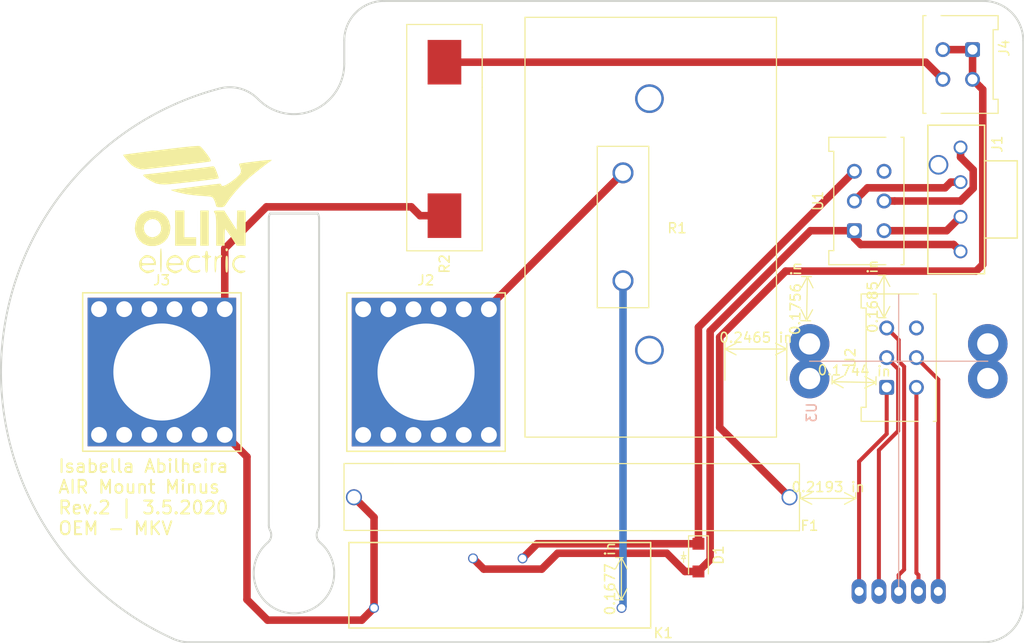
<source format=kicad_pcb>
(kicad_pcb (version 20171130) (host pcbnew 5.1.5-52549c5~84~ubuntu18.04.1)

  (general
    (thickness 1.6)
    (drawings 36)
    (tracks 83)
    (zones 0)
    (modules 13)
    (nets 22)
  )

  (page A4)
  (layers
    (0 F.Cu signal)
    (31 B.Cu signal)
    (32 B.Adhes user)
    (33 F.Adhes user)
    (34 B.Paste user)
    (35 F.Paste user)
    (36 B.SilkS user)
    (37 F.SilkS user)
    (38 B.Mask user)
    (39 F.Mask user)
    (40 Dwgs.User user)
    (41 Cmts.User user)
    (42 Eco1.User user)
    (43 Eco2.User user)
    (44 Edge.Cuts user)
    (45 Margin user)
    (46 B.CrtYd user)
    (47 F.CrtYd user)
    (48 B.Fab user)
    (49 F.Fab user)
  )

  (setup
    (last_trace_width 0.4064)
    (user_trace_width 0.4064)
    (user_trace_width 0.762)
    (trace_clearance 0.2)
    (zone_clearance 0.508)
    (zone_45_only no)
    (trace_min 0.2)
    (via_size 0.8)
    (via_drill 0.4)
    (via_min_size 0.4)
    (via_min_drill 0.3)
    (uvia_size 0.3)
    (uvia_drill 0.1)
    (uvias_allowed no)
    (uvia_min_size 0.2)
    (uvia_min_drill 0.1)
    (edge_width 0.05)
    (segment_width 0.2)
    (pcb_text_width 0.3)
    (pcb_text_size 1.5 1.5)
    (mod_edge_width 0.12)
    (mod_text_size 1 1)
    (mod_text_width 0.15)
    (pad_size 4 4)
    (pad_drill 2.15)
    (pad_to_mask_clearance 0.051)
    (solder_mask_min_width 0.25)
    (aux_axis_origin 0 0)
    (visible_elements FFFFFF7F)
    (pcbplotparams
      (layerselection 0x010fc_ffffffff)
      (usegerberextensions true)
      (usegerberattributes false)
      (usegerberadvancedattributes false)
      (creategerberjobfile false)
      (excludeedgelayer true)
      (linewidth 0.100000)
      (plotframeref false)
      (viasonmask false)
      (mode 1)
      (useauxorigin false)
      (hpglpennumber 1)
      (hpglpenspeed 20)
      (hpglpendiameter 15.000000)
      (psnegative false)
      (psa4output false)
      (plotreference true)
      (plotvalue true)
      (plotinvisibletext false)
      (padsonsilk false)
      (subtractmaskfromsilk false)
      (outputformat 1)
      (mirror false)
      (drillshape 0)
      (scaleselection 1)
      (outputdirectory "AIR_MINUS_GERB"))
  )

  (net 0 "")
  (net 1 "Net-(K1-Pad2)")
  (net 2 /GND)
  (net 3 /Vout)
  (net 4 /Vref)
  (net 5 /OCD)
  (net 6 "Net-(U1-Pad6)")
  (net 7 /PRECHARGE_LSD)
  (net 8 /FINAL_SHUTDOWN)
  (net 9 /BSPD_CURRENT_SENSOR)
  (net 10 /TS+)
  (net 11 /AIR-_COIL-)
  (net 12 /AIR-_AUX-)
  (net 13 /AIR-_AUX+)
  (net 14 /BAT+)
  (net 15 /TSMP+)
  (net 16 "Net-(U2-Pad6)")
  (net 17 /UC+)
  (net 18 "Net-(U3-Pad12)")
  (net 19 "Net-(U3-Pad11)")
  (net 20 "Net-(U3-Pad8)")
  (net 21 "Net-(U3-Pad7)")

  (net_class Default "This is the default net class."
    (clearance 0.2)
    (trace_width 0.25)
    (via_dia 0.8)
    (via_drill 0.4)
    (uvia_dia 0.3)
    (uvia_drill 0.1)
    (add_net /AIR-_AUX+)
    (add_net /AIR-_AUX-)
    (add_net /AIR-_COIL-)
    (add_net /BAT+)
    (add_net /BSPD_CURRENT_SENSOR)
    (add_net /FINAL_SHUTDOWN)
    (add_net /GND)
    (add_net /OCD)
    (add_net /PRECHARGE_LSD)
    (add_net /TS+)
    (add_net /TSMP+)
    (add_net /UC+)
    (add_net /Vout)
    (add_net /Vref)
    (add_net "Net-(K1-Pad2)")
    (add_net "Net-(U1-Pad6)")
    (add_net "Net-(U2-Pad6)")
    (add_net "Net-(U3-Pad11)")
    (add_net "Net-(U3-Pad12)")
    (add_net "Net-(U3-Pad7)")
    (add_net "Net-(U3-Pad8)")
  )

  (module footprints:Small_OE_Logo (layer F.Cu) (tedit 0) (tstamp 5E62131A)
    (at 68.47 130.89)
    (fp_text reference G*** (at 0 0) (layer F.SilkS) hide
      (effects (font (size 1.524 1.524) (thickness 0.3)))
    )
    (fp_text value LOGO (at 0.75 0) (layer F.SilkS) hide
      (effects (font (size 1.524 1.524) (thickness 0.3)))
    )
    (fp_poly (pts (xy -4.887268 4.682934) (xy -4.541491 4.797067) (xy -4.288191 5.016087) (xy -4.158836 5.308444)
      (xy -4.148667 5.423388) (xy -4.148667 5.672667) (xy -4.868333 5.672667) (xy -5.26443 5.684317)
      (xy -5.503924 5.725379) (xy -5.598329 5.805013) (xy -5.559161 5.932384) (xy -5.410548 6.104119)
      (xy -5.178996 6.225888) (xy -4.862919 6.246331) (xy -4.515058 6.163276) (xy -4.466167 6.142977)
      (xy -4.344856 6.128126) (xy -4.318 6.209962) (xy -4.39668 6.324792) (xy -4.609107 6.422556)
      (xy -4.6355 6.430215) (xy -4.895626 6.496132) (xy -5.066504 6.506217) (xy -5.221124 6.453136)
      (xy -5.392097 6.354214) (xy -5.670345 6.126892) (xy -5.810488 5.846159) (xy -5.842 5.542766)
      (xy -5.814316 5.347122) (xy -5.588 5.347122) (xy -5.569339 5.427363) (xy -5.490339 5.474469)
      (xy -5.316475 5.496935) (xy -5.013224 5.503253) (xy -4.953 5.503333) (xy -4.64945 5.498637)
      (xy -4.42491 5.486214) (xy -4.320767 5.468565) (xy -4.318 5.464984) (xy -4.349381 5.368183)
      (xy -4.417182 5.208954) (xy -4.578529 5.018076) (xy -4.814485 4.919274) (xy -5.079223 4.907139)
      (xy -5.326917 4.976264) (xy -5.511739 5.121241) (xy -5.587864 5.336661) (xy -5.588 5.347122)
      (xy -5.814316 5.347122) (xy -5.807925 5.301962) (xy -5.683207 5.086735) (xy -5.543303 4.933702)
      (xy -5.346969 4.754198) (xy -5.188056 4.675671) (xy -4.993968 4.670371) (xy -4.887268 4.682934)) (layer F.SilkS) (width 0.01))
    (fp_poly (pts (xy -1.932538 4.726188) (xy -1.684661 4.901753) (xy -1.478323 5.134749) (xy -1.363776 5.376244)
      (xy -1.354667 5.452533) (xy -1.354667 5.672667) (xy -2.116667 5.672667) (xy -2.503186 5.682109)
      (xy -2.762344 5.708977) (xy -2.875284 5.751079) (xy -2.878667 5.761182) (xy -2.823598 5.876111)
      (xy -2.68918 6.03884) (xy -2.670849 6.057515) (xy -2.393472 6.225031) (xy -2.066651 6.260931)
      (xy -1.753376 6.160221) (xy -1.712172 6.133532) (xy -1.576319 6.049174) (xy -1.528838 6.070057)
      (xy -1.524 6.137852) (xy -1.595868 6.248565) (xy -1.771582 6.370142) (xy -1.991309 6.470064)
      (xy -2.195212 6.51581) (xy -2.219781 6.516019) (xy -2.366648 6.481827) (xy -2.581023 6.402737)
      (xy -2.606669 6.391774) (xy -2.886636 6.194025) (xy -3.045364 5.922379) (xy -3.091552 5.61152)
      (xy -3.052327 5.396948) (xy -2.873505 5.396948) (xy -2.762612 5.46695) (xy -2.504912 5.498319)
      (xy -2.243667 5.503333) (xy -1.917488 5.498742) (xy -1.725999 5.479308) (xy -1.634675 5.436538)
      (xy -1.608992 5.361937) (xy -1.608667 5.347122) (xy -1.680692 5.128172) (xy -1.865875 4.976701)
      (xy -2.117876 4.903314) (xy -2.390357 4.918617) (xy -2.636978 5.033217) (xy -2.706035 5.095965)
      (xy -2.850382 5.277043) (xy -2.873505 5.396948) (xy -3.052327 5.396948) (xy -3.033897 5.296137)
      (xy -2.881095 5.010916) (xy -2.641845 4.790544) (xy -2.324842 4.669708) (xy -2.1717 4.656983)
      (xy -1.932538 4.726188)) (layer F.SilkS) (width 0.01))
    (fp_poly (pts (xy 0.093472 4.712103) (xy 0.133479 4.72888) (xy 0.305686 4.833377) (xy 0.318879 4.907815)
      (xy 0.182226 4.941854) (xy -0.045895 4.931187) (xy -0.412527 4.951098) (xy -0.67385 5.098694)
      (xy -0.819287 5.365185) (xy -0.846667 5.596613) (xy -0.773769 5.902594) (xy -0.581952 6.128038)
      (xy -0.31153 6.250015) (xy -0.002818 6.245593) (xy 0.174899 6.177688) (xy 0.302585 6.133852)
      (xy 0.338589 6.207469) (xy 0.338667 6.215024) (xy 0.315694 6.328308) (xy 0.217763 6.399119)
      (xy 0.001352 6.455985) (xy -0.042333 6.464744) (xy -0.312989 6.464801) (xy -0.560637 6.398688)
      (xy -0.879957 6.177809) (xy -1.060542 5.861645) (xy -1.100667 5.575657) (xy -1.027281 5.237558)
      (xy -0.832745 4.955786) (xy -0.555488 4.756707) (xy -0.233939 4.66669) (xy 0.093472 4.712103)) (layer F.SilkS) (width 0.01))
    (fp_poly (pts (xy 4.776742 4.708058) (xy 4.893504 4.812136) (xy 4.910667 4.875275) (xy 4.857515 4.951498)
      (xy 4.680796 4.944969) (xy 4.659781 4.940923) (xy 4.288247 4.928926) (xy 4.005546 5.055616)
      (xy 3.852077 5.249829) (xy 3.765752 5.572563) (xy 3.847327 5.877873) (xy 4.025467 6.09957)
      (xy 4.203218 6.224975) (xy 4.410118 6.257097) (xy 4.568637 6.242655) (xy 4.804526 6.234423)
      (xy 4.902729 6.278818) (xy 4.852003 6.358361) (xy 4.693488 6.436762) (xy 4.514672 6.498192)
      (xy 4.383377 6.504497) (xy 4.219001 6.450405) (xy 4.096029 6.397674) (xy 3.777918 6.179162)
      (xy 3.597983 5.863509) (xy 3.556 5.560694) (xy 3.631656 5.218059) (xy 3.832617 4.935052)
      (xy 4.119876 4.738919) (xy 4.454422 4.656907) (xy 4.776742 4.708058)) (layer F.SilkS) (width 0.01))
    (fp_poly (pts (xy -3.60576 4.061396) (xy -3.579321 4.297491) (xy -3.562394 4.672484) (xy -3.556024 5.171235)
      (xy -3.556 5.207) (xy -3.56166 5.713154) (xy -3.577942 6.096516) (xy -3.603804 6.341951)
      (xy -3.6382 6.434321) (xy -3.640667 6.434667) (xy -3.675574 6.352604) (xy -3.702013 6.116508)
      (xy -3.718939 5.741516) (xy -3.72531 5.242764) (xy -3.725333 5.207) (xy -3.719674 4.700846)
      (xy -3.703392 4.317483) (xy -3.67753 4.072048) (xy -3.643133 3.979679) (xy -3.640667 3.979333)
      (xy -3.60576 4.061396)) (layer F.SilkS) (width 0.01))
    (fp_poly (pts (xy 1.074493 4.309061) (xy 1.100667 4.487333) (xy 1.127277 4.673253) (xy 1.226288 4.738713)
      (xy 1.27 4.741333) (xy 1.40758 4.776789) (xy 1.439333 4.826) (xy 1.368421 4.89479)
      (xy 1.27 4.910667) (xy 1.189548 4.923399) (xy 1.139556 4.983082) (xy 1.112863 5.121946)
      (xy 1.102306 5.372219) (xy 1.100667 5.672667) (xy 1.095717 6.044416) (xy 1.077654 6.275974)
      (xy 1.041655 6.396278) (xy 0.982896 6.434265) (xy 0.973667 6.434667) (xy 0.911708 6.404971)
      (xy 0.873115 6.296594) (xy 0.853065 6.080597) (xy 0.846733 5.728041) (xy 0.846667 5.672667)
      (xy 0.843837 5.310632) (xy 0.830574 5.085669) (xy 0.799715 4.96555) (xy 0.744099 4.918046)
      (xy 0.677333 4.910667) (xy 0.539753 4.87521) (xy 0.508 4.826) (xy 0.578912 4.75721)
      (xy 0.677333 4.741333) (xy 0.80128 4.701417) (xy 0.84492 4.5529) (xy 0.846667 4.487333)
      (xy 0.884531 4.285681) (xy 0.973667 4.233333) (xy 1.074493 4.309061)) (layer F.SilkS) (width 0.01))
    (fp_poly (pts (xy 2.535186 4.745512) (xy 2.54 4.783667) (xy 2.466562 4.885909) (xy 2.331312 4.910667)
      (xy 2.1538 4.95385) (xy 2.036483 5.097382) (xy 1.970662 5.362237) (xy 1.947637 5.769387)
      (xy 1.947333 5.836434) (xy 1.936241 6.142581) (xy 1.906469 6.354373) (xy 1.863277 6.434653)
      (xy 1.862667 6.434667) (xy 1.823335 6.354171) (xy 1.794898 6.12895) (xy 1.779797 5.783397)
      (xy 1.778 5.588) (xy 1.786049 5.19468) (xy 1.808572 4.910316) (xy 1.843127 4.759305)
      (xy 1.862667 4.741333) (xy 1.942724 4.807369) (xy 1.947333 4.839122) (xy 1.996241 4.86939)
      (xy 2.102167 4.796789) (xy 2.285367 4.683687) (xy 2.446675 4.666086) (xy 2.535186 4.745512)) (layer F.SilkS) (width 0.01))
    (fp_poly (pts (xy 3.064889 4.769311) (xy 3.102911 4.871814) (xy 3.123911 5.076693) (xy 3.132065 5.411801)
      (xy 3.132667 5.588) (xy 3.12847 5.982818) (xy 3.113094 6.2363) (xy 3.082362 6.376296)
      (xy 3.032096 6.43066) (xy 3.005667 6.434667) (xy 2.946444 6.406688) (xy 2.908422 6.304185)
      (xy 2.887422 6.099306) (xy 2.879268 5.764199) (xy 2.878667 5.588) (xy 2.882863 5.193182)
      (xy 2.898239 4.9397) (xy 2.928971 4.799703) (xy 2.979237 4.74534) (xy 3.005667 4.741333)
      (xy 3.064889 4.769311)) (layer F.SilkS) (width 0.01))
    (fp_poly (pts (xy 3.117973 4.044545) (xy 3.132667 4.101336) (xy 3.085795 4.239919) (xy 2.985767 4.287024)
      (xy 2.932809 4.259254) (xy 2.877777 4.12465) (xy 2.92838 4.007001) (xy 3.005667 3.979333)
      (xy 3.117973 4.044545)) (layer F.SilkS) (width 0.01))
    (fp_poly (pts (xy -3.941187 0.218908) (xy -3.468972 0.436496) (xy -3.090455 0.774977) (xy -2.8254 1.214581)
      (xy -2.693573 1.735535) (xy -2.68252 1.947333) (xy -2.758867 2.487242) (xy -2.972977 2.954749)
      (xy -3.302452 3.332431) (xy -3.724895 3.602863) (xy -4.217908 3.748622) (xy -4.759095 3.752284)
      (xy -4.95674 3.716543) (xy -5.423536 3.526867) (xy -5.805322 3.206739) (xy -6.083315 2.781555)
      (xy -6.238732 2.276708) (xy -6.260284 2.009842) (xy -5.375176 2.009842) (xy -5.281483 2.352587)
      (xy -5.076007 2.635802) (xy -4.783996 2.822604) (xy -4.487333 2.878034) (xy -4.270321 2.83391)
      (xy -4.027773 2.726581) (xy -4.009229 2.715569) (xy -3.752506 2.474875) (xy -3.622894 2.172149)
      (xy -3.610028 1.844223) (xy -3.703543 1.527929) (xy -3.893073 1.2601) (xy -4.168254 1.077567)
      (xy -4.487333 1.016633) (xy -4.807377 1.092651) (xy -5.098608 1.291505) (xy -5.302112 1.569396)
      (xy -5.331838 1.644447) (xy -5.375176 2.009842) (xy -6.260284 2.009842) (xy -6.265333 1.947333)
      (xy -6.191566 1.385854) (xy -5.980879 0.909324) (xy -5.649192 0.533912) (xy -5.21243 0.275783)
      (xy -4.686512 0.151105) (xy -4.487333 0.141985) (xy -3.941187 0.218908)) (layer F.SilkS) (width 0.01))
    (fp_poly (pts (xy -1.27 2.878667) (xy -0.084667 2.878667) (xy -0.084667 3.725333) (xy -2.201333 3.725333)
      (xy -2.201333 0.169333) (xy -1.27 0.169333) (xy -1.27 2.878667)) (layer F.SilkS) (width 0.01))
    (fp_poly (pts (xy 1.185333 3.725333) (xy 0.338667 3.725333) (xy 0.338667 0.169333) (xy 1.185333 0.169333)
      (xy 1.185333 3.725333)) (layer F.SilkS) (width 0.01))
    (fp_poly (pts (xy 4.910667 3.725333) (xy 4.021667 3.722527) (xy 3.471333 2.878667) (xy 3.252235 2.55031)
      (xy 3.063357 2.281382) (xy 2.924958 2.09978) (xy 2.8575 2.033403) (xy 2.830849 2.111468)
      (xy 2.809705 2.323085) (xy 2.796755 2.632494) (xy 2.794 2.878667) (xy 2.794 3.725333)
      (xy 1.947333 3.725333) (xy 1.947333 2.175182) (xy 1.944605 1.594305) (xy 1.935323 1.160007)
      (xy 1.917843 0.849606) (xy 1.890521 0.640421) (xy 1.851712 0.509767) (xy 1.823026 0.460682)
      (xy 1.726437 0.312617) (xy 1.72859 0.225203) (xy 1.850829 0.182899) (xy 2.114494 0.170163)
      (xy 2.2225 0.169783) (xy 2.751667 0.170233) (xy 4.021667 2.147739) (xy 4.04552 1.158536)
      (xy 4.069374 0.169333) (xy 4.910667 0.169333) (xy 4.910667 3.725333)) (layer F.SilkS) (width 0.01))
    (fp_poly (pts (xy 7.532599 -4.941623) (xy 7.509105 -4.871496) (xy 7.444106 -4.824012) (xy 7.279449 -4.715353)
      (xy 7.014865 -4.52226) (xy 6.680698 -4.26848) (xy 6.307291 -3.977764) (xy 5.924988 -3.673858)
      (xy 5.564132 -3.380511) (xy 5.255067 -3.121472) (xy 5.131336 -3.013918) (xy 4.670737 -2.577879)
      (xy 4.190574 -2.073922) (xy 3.730255 -1.546893) (xy 3.329185 -1.04164) (xy 3.061182 -0.657924)
      (xy 2.89191 -0.401051) (xy 2.765719 -0.255816) (xy 2.636051 -0.190199) (xy 2.456346 -0.172176)
      (xy 2.353336 -0.171091) (xy 2.110517 -0.177463) (xy 1.985581 -0.220958) (xy 1.927149 -0.333925)
      (xy 1.901287 -0.45568) (xy 1.814687 -0.741362) (xy 1.694348 -0.993977) (xy 1.624123 -1.100972)
      (xy 1.545782 -1.174392) (xy 1.426623 -1.223083) (xy 1.23394 -1.255888) (xy 0.935032 -1.281652)
      (xy 0.537731 -1.30676) (xy 0.06249 -1.343032) (xy -0.425927 -1.39278) (xy -0.860228 -1.448562)
      (xy -1.098905 -1.487763) (xy -1.505908 -1.571657) (xy -1.890464 -1.662679) (xy -2.221124 -1.751975)
      (xy -2.466436 -1.830689) (xy -2.594951 -1.889968) (xy -2.604026 -1.91153) (xy -2.516101 -1.929207)
      (xy -2.285588 -1.963843) (xy -1.938027 -2.012203) (xy -1.498957 -2.071051) (xy -0.993914 -2.137152)
      (xy -0.448439 -2.207271) (xy 0.111932 -2.278173) (xy 0.66166 -2.346624) (xy 1.175206 -2.409387)
      (xy 1.627032 -2.463227) (xy 1.991599 -2.50491) (xy 2.24337 -2.531201) (xy 2.3495 -2.539028)
      (xy 2.44319 -2.471777) (xy 2.455333 -2.413) (xy 2.514619 -2.30906) (xy 2.681574 -2.312529)
      (xy 2.939839 -2.41553) (xy 3.273059 -2.610181) (xy 3.664878 -2.888604) (xy 3.996696 -3.155521)
      (xy 4.280276 -3.424224) (xy 4.427763 -3.656402) (xy 4.453685 -3.892903) (xy 4.372572 -4.174572)
      (xy 4.365382 -4.191975) (xy 4.290428 -4.400772) (xy 4.26516 -4.534814) (xy 4.270675 -4.552897)
      (xy 4.366591 -4.578427) (xy 4.597773 -4.617119) (xy 4.932434 -4.665184) (xy 5.338783 -4.718835)
      (xy 5.785033 -4.774282) (xy 6.239393 -4.827737) (xy 6.670076 -4.875413) (xy 7.045292 -4.91352)
      (xy 7.333253 -4.938271) (xy 7.502169 -4.945878) (xy 7.532599 -4.941623)) (layer F.SilkS) (width 0.01))
    (fp_poly (pts (xy 1.728802 -4.264087) (xy 1.811139 -4.158934) (xy 1.90742 -3.947132) (xy 1.994879 -3.727072)
      (xy 2.101412 -3.437105) (xy 2.170297 -3.212777) (xy 2.189052 -3.095718) (xy 2.186128 -3.089239)
      (xy 2.087671 -3.062994) (xy 1.845295 -3.022744) (xy 1.483576 -2.971308) (xy 1.02709 -2.9115)
      (xy 0.500413 -2.846138) (xy -0.071878 -2.778039) (xy -0.665207 -2.710018) (xy -1.254998 -2.644893)
      (xy -1.816675 -2.585479) (xy -2.325661 -2.534595) (xy -2.75738 -2.495055) (xy -3.087255 -2.469677)
      (xy -3.290711 -2.461278) (xy -3.293029 -2.461299) (xy -3.641355 -2.482417) (xy -3.970647 -2.531024)
      (xy -4.163597 -2.581708) (xy -4.405193 -2.689313) (xy -4.686339 -2.841825) (xy -4.96752 -3.013932)
      (xy -5.209219 -3.180324) (xy -5.371919 -3.315688) (xy -5.418667 -3.385615) (xy -5.349916 -3.461203)
      (xy -5.288909 -3.471333) (xy -5.175876 -3.481135) (xy -4.91716 -3.508766) (xy -4.535169 -3.551565)
      (xy -4.05231 -3.60687) (xy -3.49099 -3.672021) (xy -2.873616 -3.744357) (xy -2.222594 -3.821216)
      (xy -1.560333 -3.899936) (xy -0.909238 -3.977858) (xy -0.291716 -4.052319) (xy 0.269825 -4.120658)
      (xy 0.752978 -4.180215) (xy 1.135337 -4.228327) (xy 1.394494 -4.262335) (xy 1.494462 -4.276971)
      (xy 1.632534 -4.293223) (xy 1.728802 -4.264087)) (layer F.SilkS) (width 0.01))
    (fp_poly (pts (xy 0.257714 -6.345348) (xy 0.287891 -6.337241) (xy 0.419918 -6.231353) (xy 0.613626 -6.023881)
      (xy 0.837239 -5.754448) (xy 1.058978 -5.462679) (xy 1.247068 -5.188196) (xy 1.348106 -5.015244)
      (xy 1.403878 -4.86239) (xy 1.3526 -4.793205) (xy 1.337151 -4.787515) (xy 1.225061 -4.768105)
      (xy 0.967022 -4.732437) (xy 0.58536 -4.683135) (xy 0.102402 -4.622822) (xy -0.459524 -4.554123)
      (xy -1.078091 -4.47966) (xy -1.730972 -4.402059) (xy -2.395839 -4.323942) (xy -3.050365 -4.247933)
      (xy -3.672224 -4.176657) (xy -4.239086 -4.112736) (xy -4.728626 -4.058796) (xy -5.118516 -4.017458)
      (xy -5.386429 -3.991348) (xy -5.508546 -3.98305) (xy -5.727914 -4.014351) (xy -5.991812 -4.086006)
      (xy -6.023847 -4.097098) (xy -6.298295 -4.22176) (xy -6.544692 -4.374385) (xy -6.557442 -4.384217)
      (xy -6.709678 -4.52508) (xy -6.899804 -4.729389) (xy -7.097942 -4.960766) (xy -7.274217 -5.182832)
      (xy -7.398751 -5.359207) (xy -7.441667 -5.453512) (xy -7.439416 -5.45814) (xy -7.351454 -5.474776)
      (xy -7.112419 -5.509689) (xy -6.739327 -5.560649) (xy -6.249192 -5.62543) (xy -5.659029 -5.7018)
      (xy -4.985853 -5.787532) (xy -4.24668 -5.880398) (xy -3.64876 -5.954681) (xy -2.649333 -6.076572)
      (xy -1.809839 -6.175191) (xy -1.12259 -6.251285) (xy -0.579898 -6.3056) (xy -0.174075 -6.338885)
      (xy 0.102566 -6.351885) (xy 0.257714 -6.345348)) (layer F.SilkS) (width 0.01))
  )

  (module footprints:HO_60_250-p0100 (layer B.Cu) (tedit 5E5AC407) (tstamp 5E5B6ED7)
    (at 130.35 144.53 270)
    (path /5E5D0D07)
    (fp_text reference U3 (at 6.93 -0.21 270) (layer B.SilkS)
      (effects (font (size 1 1) (thickness 0.15)) (justify mirror))
    )
    (fp_text value HO_60_250-p0100 (at 11.43 -5.08 270) (layer B.Fab)
      (effects (font (size 1 1) (thickness 0.15)) (justify mirror))
    )
    (fp_line (start -5 -9) (end 25 -9) (layer B.SilkS) (width 0.12))
    (fp_line (start 1.75 0) (end 1.75 -18) (layer B.SilkS) (width 0.12))
    (pad 1 thru_hole oval (at 25 -5 270) (size 2.5 1.5) (drill 0.9) (layers *.Cu *.Mask)
      (net 17 /UC+))
    (pad 2 thru_hole oval (at 25 -7 270) (size 2.5 1.5) (drill 0.9) (layers *.Cu *.Mask)
      (net 2 /GND))
    (pad 3 thru_hole oval (at 25 -9 270) (size 2.5 1.5) (drill 0.9) (layers *.Cu *.Mask)
      (net 3 /Vout))
    (pad 4 thru_hole oval (at 25 -11 270) (size 2.5 1.5) (drill 0.9) (layers *.Cu *.Mask)
      (net 4 /Vref))
    (pad 12 thru_hole circle (at 3.5 0 270) (size 4 4) (drill 2.15) (layers *.Cu *.Mask)
      (net 18 "Net-(U3-Pad12)"))
    (pad 11 thru_hole circle (at 0 0 270) (size 4 4) (drill 2.15) (layers *.Cu *.Mask)
      (net 19 "Net-(U3-Pad11)"))
    (pad 8 thru_hole circle (at 0 -18 270) (size 4 4) (drill 2.15) (layers *.Cu *.Mask)
      (net 20 "Net-(U3-Pad8)"))
    (pad 5 thru_hole oval (at 25 -13 270) (size 2.5 1.5) (drill 0.9) (layers *.Cu *.Mask)
      (net 5 /OCD))
    (pad 7 thru_hole circle (at 3.5 -18 270) (size 4 4) (drill 2.15) (layers *.Cu *.Mask)
      (net 21 "Net-(U3-Pad7)"))
    (model "${LOCAL_DIR}/OEM_Preferred_Parts/3DModels/HO_60_250-p0100/HO-P series.stp"
      (offset (xyz -45.5 25 -19))
      (scale (xyz 1 1 1))
      (rotate (xyz -90 0 0))
    )
  )

  (module footprints:MicroFit_VT_6 (layer F.Cu) (tedit 5E1EA046) (tstamp 5E5B5B12)
    (at 138.14 148.92 90)
    (descr "Molex Micro-Fit 3.0 Connector System, 43045-0612 (compatible alternatives: 43045-0613, 43045-0624), 3 Pins per row (http://www.molex.com/pdm_docs/sd/430450212_sd.pdf), generated with kicad-footprint-generator")
    (tags "connector Molex Micro-Fit_3.0 side entry")
    (path /5E5D0395)
    (fp_text reference U2 (at 3 -3.67 90) (layer F.SilkS)
      (effects (font (size 1 1) (thickness 0.15)))
    )
    (fp_text value MicroFit_VT_6 (at 3 7.5 90) (layer F.Fab)
      (effects (font (size 1 1) (thickness 0.15)))
    )
    (fp_text user %R (at 3 4.2 90) (layer F.Fab)
      (effects (font (size 1 1) (thickness 0.15)))
    )
    (fp_line (start -3.82 6.8) (end -3.82 -2.97) (layer F.CrtYd) (width 0.05))
    (fp_line (start 9.82 6.8) (end -3.82 6.8) (layer F.CrtYd) (width 0.05))
    (fp_line (start 9.82 -2.97) (end 9.82 6.8) (layer F.CrtYd) (width 0.05))
    (fp_line (start -3.82 -2.97) (end 9.82 -2.97) (layer F.CrtYd) (width 0.05))
    (fp_line (start 9.435 -2.58) (end 9.435 3.18) (layer F.SilkS) (width 0.12))
    (fp_line (start 8.015 -2.58) (end 9.435 -2.58) (layer F.SilkS) (width 0.12))
    (fp_line (start 8.015 -2.08) (end 8.015 -2.58) (layer F.SilkS) (width 0.12))
    (fp_line (start -2.015 -2.08) (end 8.015 -2.08) (layer F.SilkS) (width 0.12))
    (fp_line (start -2.015 -2.58) (end -2.015 -2.08) (layer F.SilkS) (width 0.12))
    (fp_line (start -3.435 -2.58) (end -2.015 -2.58) (layer F.SilkS) (width 0.12))
    (fp_line (start -3.435 3.18) (end -3.435 -2.58) (layer F.SilkS) (width 0.12))
    (fp_line (start 9.435 5.01) (end 9.435 4.7) (layer F.SilkS) (width 0.12))
    (fp_line (start -3.435 5.01) (end 9.435 5.01) (layer F.SilkS) (width 0.12))
    (fp_line (start -3.435 4.7) (end -3.435 5.01) (layer F.SilkS) (width 0.12))
    (fp_line (start 0 -1.262893) (end 0.5 -1.97) (layer F.Fab) (width 0.1))
    (fp_line (start -0.5 -1.97) (end 0 -1.262893) (layer F.Fab) (width 0.1))
    (fp_line (start 3.7 6.3) (end 3.7 4.9) (layer F.Fab) (width 0.1))
    (fp_line (start 2.3 6.3) (end 3.7 6.3) (layer F.Fab) (width 0.1))
    (fp_line (start 2.3 4.9) (end 2.3 6.3) (layer F.Fab) (width 0.1))
    (fp_line (start 9.325 -1.34) (end 8.125 -1.97) (layer F.Fab) (width 0.1))
    (fp_line (start -3.325 -1.34) (end -2.125 -1.97) (layer F.Fab) (width 0.1))
    (fp_line (start 8.125 -1.97) (end -2.125 -1.97) (layer F.Fab) (width 0.1))
    (fp_line (start 8.125 -2.47) (end 8.125 -1.97) (layer F.Fab) (width 0.1))
    (fp_line (start 9.325 -2.47) (end 8.125 -2.47) (layer F.Fab) (width 0.1))
    (fp_line (start 9.325 4.9) (end 9.325 -2.47) (layer F.Fab) (width 0.1))
    (fp_line (start -3.325 4.9) (end 9.325 4.9) (layer F.Fab) (width 0.1))
    (fp_line (start -3.325 -2.47) (end -3.325 4.9) (layer F.Fab) (width 0.1))
    (fp_line (start -2.125 -2.47) (end -3.325 -2.47) (layer F.Fab) (width 0.1))
    (fp_line (start -2.125 -1.97) (end -2.125 -2.47) (layer F.Fab) (width 0.1))
    (pad 6 thru_hole circle (at 6 3 90) (size 1.5 1.5) (drill 1) (layers *.Cu *.Mask)
      (net 16 "Net-(U2-Pad6)"))
    (pad 5 thru_hole circle (at 3 3 90) (size 1.5 1.5) (drill 1) (layers *.Cu *.Mask)
      (net 5 /OCD))
    (pad 4 thru_hole circle (at 0 3 90) (size 1.5 1.5) (drill 1) (layers *.Cu *.Mask)
      (net 4 /Vref))
    (pad 3 thru_hole circle (at 6 0 90) (size 1.5 1.5) (drill 1) (layers *.Cu *.Mask)
      (net 3 /Vout))
    (pad 2 thru_hole circle (at 3 0 90) (size 1.5 1.5) (drill 1) (layers *.Cu *.Mask)
      (net 2 /GND))
    (pad 1 thru_hole roundrect (at 0 0 90) (size 1.5 1.5) (drill 1) (layers *.Cu *.Mask) (roundrect_rratio 0.166667)
      (net 17 /UC+))
    (pad "" np_thru_hole circle (at 9 3.94 90) (size 1 1) (drill 1) (layers *.Cu *.Mask))
    (pad "" np_thru_hole circle (at -3 3.94 90) (size 1 1) (drill 1) (layers *.Cu *.Mask))
    (model ${LOCAL_DIR}/OEM_Preferred_Parts/3DModels/MicroFit_VT_6/MicroFit_VT_6.stp
      (offset (xyz 3 -1.5 5))
      (scale (xyz 1 1 1))
      (rotate (xyz 0 0 180))
    )
  )

  (module footprints:Meder-LI12 (layer F.Cu) (tedit 5C789108) (tstamp 5E589EE8)
    (at 86.36 171.196)
    (path /5E5BEE09)
    (fp_text reference K1 (at 29.21 2.54) (layer F.SilkS)
      (effects (font (size 1 1) (thickness 0.15)))
    )
    (fp_text value "LI12-1A85(NO)" (at -0.508 -9.144) (layer F.Fab) hide
      (effects (font (size 1 1) (thickness 0.15)))
    )
    (fp_line (start -2.54 2.032) (end -2.54 -6.604) (layer F.SilkS) (width 0.15))
    (fp_line (start 27.94 2.032) (end -2.54 2.032) (layer F.SilkS) (width 0.15))
    (fp_line (start 27.94 -6.604) (end 27.94 2.032) (layer F.SilkS) (width 0.15))
    (fp_line (start -2.54 -6.604) (end 27.94 -6.604) (layer F.SilkS) (width 0.15))
    (pad 4 thru_hole circle (at 15 -5) (size 1 1) (drill 0.75) (layers *.Cu *.Mask)
      (net 8 /FINAL_SHUTDOWN))
    (pad 3 thru_hole circle (at 10 -5) (size 1 1) (drill 0.75) (layers *.Cu *.Mask)
      (net 7 /PRECHARGE_LSD))
    (pad 2 thru_hole circle (at 25 0) (size 1 1) (drill 0.75) (layers *.Cu *.Mask)
      (net 1 "Net-(K1-Pad2)"))
    (pad 1 thru_hole circle (at 0 0) (size 1 1) (drill 0.75) (layers *.Cu *.Mask)
      (net 10 /TS+))
    (model "${LOCAL_DIR}/OEM_Preferred_Parts/3DModels/Standex Meder Relay/Standex_Meder_Relay.STEP"
      (offset (xyz 12.5 2.5 0.5))
      (scale (xyz 1 1 1))
      (rotate (xyz -90 0 0))
    )
  )

  (module footprints:MicroFit_VT_4 (layer F.Cu) (tedit 5E1EA004) (tstamp 5E2F9295)
    (at 146.812 114.808 270)
    (descr "Molex Micro-Fit 3.0 Connector System, 43045-0412 (compatible alternatives: 43045-0413, 43045-0424), 2 Pins per row (http://www.molex.com/pdm_docs/sd/430450212_sd.pdf), generated with kicad-footprint-generator")
    (tags "connector Molex Micro-Fit_3.0 side entry")
    (path /5E5C79DB)
    (fp_text reference J4 (at -0.16 -3.2 90) (layer F.SilkS)
      (effects (font (size 1 1) (thickness 0.15)))
    )
    (fp_text value MicroFit_VT_4 (at 1.5 7.5 90) (layer F.Fab)
      (effects (font (size 1 1) (thickness 0.15)))
    )
    (fp_text user %R (at 1.5 4.2 90) (layer F.Fab)
      (effects (font (size 1 1) (thickness 0.15)))
    )
    (fp_line (start -3.82 6.8) (end -3.82 -2.97) (layer F.CrtYd) (width 0.05))
    (fp_line (start 6.82 6.8) (end -3.82 6.8) (layer F.CrtYd) (width 0.05))
    (fp_line (start 6.82 -2.97) (end 6.82 6.8) (layer F.CrtYd) (width 0.05))
    (fp_line (start -3.82 -2.97) (end 6.82 -2.97) (layer F.CrtYd) (width 0.05))
    (fp_line (start 6.435 -2.58) (end 6.435 3.18) (layer F.SilkS) (width 0.12))
    (fp_line (start 5.015 -2.58) (end 6.435 -2.58) (layer F.SilkS) (width 0.12))
    (fp_line (start 5.015 -2.08) (end 5.015 -2.58) (layer F.SilkS) (width 0.12))
    (fp_line (start -2.015 -2.08) (end 5.015 -2.08) (layer F.SilkS) (width 0.12))
    (fp_line (start -2.015 -2.58) (end -2.015 -2.08) (layer F.SilkS) (width 0.12))
    (fp_line (start -3.435 -2.58) (end -2.015 -2.58) (layer F.SilkS) (width 0.12))
    (fp_line (start -3.435 3.18) (end -3.435 -2.58) (layer F.SilkS) (width 0.12))
    (fp_line (start 6.435 5.01) (end 6.435 4.7) (layer F.SilkS) (width 0.12))
    (fp_line (start -3.435 5.01) (end 6.435 5.01) (layer F.SilkS) (width 0.12))
    (fp_line (start -3.435 4.7) (end -3.435 5.01) (layer F.SilkS) (width 0.12))
    (fp_line (start 0 -1.262893) (end 0.5 -1.97) (layer F.Fab) (width 0.1))
    (fp_line (start -0.5 -1.97) (end 0 -1.262893) (layer F.Fab) (width 0.1))
    (fp_line (start 2.2 6.3) (end 2.2 4.9) (layer F.Fab) (width 0.1))
    (fp_line (start 0.8 6.3) (end 2.2 6.3) (layer F.Fab) (width 0.1))
    (fp_line (start 0.8 4.9) (end 0.8 6.3) (layer F.Fab) (width 0.1))
    (fp_line (start 6.325 -1.34) (end 5.125 -1.97) (layer F.Fab) (width 0.1))
    (fp_line (start -3.325 -1.34) (end -2.125 -1.97) (layer F.Fab) (width 0.1))
    (fp_line (start 5.125 -1.97) (end -2.125 -1.97) (layer F.Fab) (width 0.1))
    (fp_line (start 5.125 -2.47) (end 5.125 -1.97) (layer F.Fab) (width 0.1))
    (fp_line (start 6.325 -2.47) (end 5.125 -2.47) (layer F.Fab) (width 0.1))
    (fp_line (start 6.325 4.9) (end 6.325 -2.47) (layer F.Fab) (width 0.1))
    (fp_line (start -3.325 4.9) (end 6.325 4.9) (layer F.Fab) (width 0.1))
    (fp_line (start -3.325 -2.47) (end -3.325 4.9) (layer F.Fab) (width 0.1))
    (fp_line (start -2.125 -2.47) (end -3.325 -2.47) (layer F.Fab) (width 0.1))
    (fp_line (start -2.125 -1.97) (end -2.125 -2.47) (layer F.Fab) (width 0.1))
    (pad 4 thru_hole circle (at 3 3 270) (size 1.5 1.5) (drill 1) (layers *.Cu *.Mask)
      (net 15 /TSMP+))
    (pad 3 thru_hole circle (at 0 3 270) (size 1.5 1.5) (drill 1) (layers *.Cu *.Mask)
      (net 9 /BSPD_CURRENT_SENSOR))
    (pad 2 thru_hole circle (at 3 0 270) (size 1.5 1.5) (drill 1) (layers *.Cu *.Mask)
      (net 9 /BSPD_CURRENT_SENSOR))
    (pad 1 thru_hole roundrect (at 0 0 270) (size 1.5 1.5) (drill 1) (layers *.Cu *.Mask) (roundrect_rratio 0.166667)
      (net 9 /BSPD_CURRENT_SENSOR))
    (pad "" np_thru_hole circle (at 6 3.94 270) (size 1 1) (drill 1) (layers *.Cu *.Mask))
    (pad "" np_thru_hole circle (at -3 3.94 270) (size 1 1) (drill 1) (layers *.Cu *.Mask))
    (model ${LOCAL_DIR}/OEM_Preferred_Parts/3DModels/MicroFit_VT_4/MicroFit_VT_4.stp
      (offset (xyz 1.5 -1.5 5))
      (scale (xyz 1 1 1))
      (rotate (xyz 0 0 180))
    )
  )

  (module footprints:redcube_7461166 (layer F.Cu) (tedit 5E2B402A) (tstamp 5DF33BB0)
    (at 64.93 147.37)
    (path /5E5C3C0C)
    (fp_text reference J3 (at -0.02 -9.27) (layer F.SilkS)
      (effects (font (size 1 1) (thickness 0.15)))
    )
    (fp_text value redcude_7461166 (at 0.02 9.45) (layer F.Fab) hide
      (effects (font (size 1 1) (thickness 0.15)))
    )
    (fp_text user J3 (at -8.128 -7.62) (layer F.SilkS) hide
      (effects (font (size 1 1) (thickness 0.15)))
    )
    (fp_text user Redcube_7461166 (at -4.064 -9.652) (layer F.Fab) hide
      (effects (font (size 1 1) (thickness 0.15)))
    )
    (fp_line (start -8 8) (end -8 -8) (layer F.SilkS) (width 0.15))
    (fp_line (start 8 8) (end -8 8) (layer F.SilkS) (width 0.15))
    (fp_line (start 8 -8) (end 8 8) (layer F.SilkS) (width 0.15))
    (fp_line (start -8 -8) (end 8 -8) (layer F.SilkS) (width 0.15))
    (pad 1 thru_hole circle (at -3.81 -6.35) (size 1.7 1.7) (drill 1.6) (layers *.Cu *.Mask)
      (net 10 /TS+))
    (pad 1 thru_hole circle (at 6.349999 -6.35) (size 1.7 1.7) (drill 1.6) (layers *.Cu *.Mask)
      (net 10 /TS+))
    (pad 1 thru_hole circle (at -6.35 -6.349999) (size 1.7 1.7) (drill 1.6) (layers *.Cu *.Mask)
      (net 10 /TS+))
    (pad 1 thru_hole circle (at 1.27 -6.35) (size 1.7 1.7) (drill 1.6) (layers *.Cu *.Mask)
      (net 10 /TS+))
    (pad 1 thru_hole circle (at -1.27 -6.35) (size 1.7 1.7) (drill 1.6) (layers *.Cu *.Mask)
      (net 10 /TS+))
    (pad 1 thru_hole circle (at 3.81 -6.35) (size 1.7 1.7) (drill 1.6) (layers *.Cu *.Mask)
      (net 10 /TS+))
    (pad 1 thru_hole circle (at -6.349999 6.35) (size 1.7 1.7) (drill 1.6) (layers *.Cu *.Mask)
      (net 10 /TS+))
    (pad 1 thru_hole circle (at -3.81 6.35) (size 1.7 1.7) (drill 1.6) (layers *.Cu *.Mask)
      (net 10 /TS+))
    (pad 1 thru_hole circle (at -1.27 6.35) (size 1.7 1.7) (drill 1.6) (layers *.Cu *.Mask)
      (net 10 /TS+))
    (pad 1 thru_hole circle (at 1.27 6.35) (size 1.7 1.7) (drill 1.6) (layers *.Cu *.Mask)
      (net 10 /TS+))
    (pad 1 thru_hole circle (at 6.35 6.349999) (size 1.7 1.7) (drill 1.6) (layers *.Cu *.Mask)
      (net 10 /TS+))
    (pad 1 thru_hole circle (at 3.81 6.35) (size 1.7 1.7) (drill 1.6) (layers *.Cu *.Mask)
      (net 10 /TS+))
    (pad 1 thru_hole rect (at 0 0) (size 15 15) (drill 9.8) (layers *.Cu *.Mask)
      (net 10 /TS+))
    (model ${LOCAL_DIR}/OEM_Preferred_Parts/3DModels/redcube_7461166/redcube_7461166.stp
      (at (xyz 0 0 0))
      (scale (xyz 1 1 1))
      (rotate (xyz 0 0 0))
    )
  )

  (module footprints:redcube_7461166 (layer F.Cu) (tedit 5E2B402A) (tstamp 5DF34F6A)
    (at 91.61 147.38)
    (path /5E5C38E6)
    (fp_text reference J2 (at -0.02 -9.27) (layer F.SilkS)
      (effects (font (size 1 1) (thickness 0.15)))
    )
    (fp_text value redcude_7461166 (at 0.02 9.45) (layer F.Fab) hide
      (effects (font (size 1 1) (thickness 0.15)))
    )
    (fp_text user J3 (at -8.128 -7.62) (layer F.SilkS) hide
      (effects (font (size 1 1) (thickness 0.15)))
    )
    (fp_text user Redcube_7461166 (at -4.064 -9.652) (layer F.Fab) hide
      (effects (font (size 1 1) (thickness 0.15)))
    )
    (fp_line (start -8 8) (end -8 -8) (layer F.SilkS) (width 0.15))
    (fp_line (start 8 8) (end -8 8) (layer F.SilkS) (width 0.15))
    (fp_line (start 8 -8) (end 8 8) (layer F.SilkS) (width 0.15))
    (fp_line (start -8 -8) (end 8 -8) (layer F.SilkS) (width 0.15))
    (pad 1 thru_hole circle (at -3.81 -6.35) (size 1.7 1.7) (drill 1.6) (layers *.Cu *.Mask)
      (net 14 /BAT+))
    (pad 1 thru_hole circle (at 6.349999 -6.35) (size 1.7 1.7) (drill 1.6) (layers *.Cu *.Mask)
      (net 14 /BAT+))
    (pad 1 thru_hole circle (at -6.35 -6.349999) (size 1.7 1.7) (drill 1.6) (layers *.Cu *.Mask)
      (net 14 /BAT+))
    (pad 1 thru_hole circle (at 1.27 -6.35) (size 1.7 1.7) (drill 1.6) (layers *.Cu *.Mask)
      (net 14 /BAT+))
    (pad 1 thru_hole circle (at -1.27 -6.35) (size 1.7 1.7) (drill 1.6) (layers *.Cu *.Mask)
      (net 14 /BAT+))
    (pad 1 thru_hole circle (at 3.81 -6.35) (size 1.7 1.7) (drill 1.6) (layers *.Cu *.Mask)
      (net 14 /BAT+))
    (pad 1 thru_hole circle (at -6.349999 6.35) (size 1.7 1.7) (drill 1.6) (layers *.Cu *.Mask)
      (net 14 /BAT+))
    (pad 1 thru_hole circle (at -3.81 6.35) (size 1.7 1.7) (drill 1.6) (layers *.Cu *.Mask)
      (net 14 /BAT+))
    (pad 1 thru_hole circle (at -1.27 6.35) (size 1.7 1.7) (drill 1.6) (layers *.Cu *.Mask)
      (net 14 /BAT+))
    (pad 1 thru_hole circle (at 1.27 6.35) (size 1.7 1.7) (drill 1.6) (layers *.Cu *.Mask)
      (net 14 /BAT+))
    (pad 1 thru_hole circle (at 6.35 6.349999) (size 1.7 1.7) (drill 1.6) (layers *.Cu *.Mask)
      (net 14 /BAT+))
    (pad 1 thru_hole circle (at 3.81 6.35) (size 1.7 1.7) (drill 1.6) (layers *.Cu *.Mask)
      (net 14 /BAT+))
    (pad 1 thru_hole rect (at 0 0) (size 15 15) (drill 9.8) (layers *.Cu *.Mask)
      (net 14 /BAT+))
    (model ${LOCAL_DIR}/OEM_Preferred_Parts/3DModels/redcube_7461166/redcube_7461166.stp
      (at (xyz 0 0 0))
      (scale (xyz 1 1 1))
      (rotate (xyz 0 0 0))
    )
  )

  (module footprints:R_3k_HS_TO247 (layer F.Cu) (tedit 5E2A78E3) (tstamp 5E5BA084)
    (at 111.506 127.254 270)
    (descr "Resistor, Radial_Power series, Radial, pin pitch=5.00mm, 2W, length*width=11*7mm^2, http://www.vishay.com/docs/30218/cpcx.pdf")
    (tags "Resistor Radial_Power series Radial pin pitch 5.00mm 2W length 11mm width 7mm")
    (path /5E5C0844)
    (fp_text reference R1 (at 5.588 -5.461) (layer F.SilkS)
      (effects (font (size 1 1) (thickness 0.15)))
    )
    (fp_text value R_3K_HS (at 5.08 5.08 90) (layer F.Fab) hide
      (effects (font (size 1 1) (thickness 0.15)))
    )
    (fp_line (start 26.77 10) (end 26.77 -15.6) (layer F.CrtYd) (width 0.05))
    (fp_line (start -15.83 -15.6) (end -15.83 10) (layer F.CrtYd) (width 0.05))
    (fp_line (start -15.83 -15.6) (end 26.77 -15.6) (layer F.CrtYd) (width 0.05))
    (fp_line (start -15.83 10) (end 26.77 10) (layer F.CrtYd) (width 0.05))
    (fp_line (start 26.692 -15.5) (end 26.692 9.9) (layer F.SilkS) (width 0.12))
    (fp_line (start -15.708 -15.5) (end -15.708 9.9) (layer F.SilkS) (width 0.12))
    (fp_line (start 26.692 -15.5) (end -15.708 -15.5) (layer F.SilkS) (width 0.12))
    (fp_line (start 13.622 -2.6) (end -2.678 -2.6) (layer F.SilkS) (width 0.12))
    (fp_line (start 26.47 9.7) (end 26.47 -15.3) (layer F.Fab) (width 0.1))
    (fp_line (start -15.53 9.7) (end -15.53 -15.3) (layer F.Fab) (width 0.1))
    (fp_line (start -15.53 -15.3) (end 26.47 -15.3) (layer F.Fab) (width 0.1))
    (fp_line (start -15.53 9.7) (end 26.47 9.7) (layer F.Fab) (width 0.1))
    (fp_line (start -2.8 -2.7) (end 13.7 -2.7) (layer F.CrtYd) (width 0.05))
    (fp_line (start 13.7 2.7) (end 13.7 -2.7) (layer F.CrtYd) (width 0.05))
    (fp_line (start 13.7 2.7) (end -2.8 2.7) (layer F.CrtYd) (width 0.05))
    (fp_line (start -2.8 -2.7) (end -2.8 2.7) (layer F.CrtYd) (width 0.05))
    (fp_line (start -2.678 2.6) (end -2.678 -2.6) (layer F.SilkS) (width 0.12))
    (fp_line (start 13.622 2.6) (end 13.622 -2.6) (layer F.SilkS) (width 0.12))
    (fp_line (start 26.692 9.9) (end -15.708 9.9) (layer F.SilkS) (width 0.12))
    (fp_line (start 13.622 2.6) (end -2.678 2.6) (layer F.SilkS) (width 0.12))
    (fp_line (start -2.55 -2.4) (end 13.45 -2.4) (layer F.Fab) (width 0.1))
    (fp_line (start 13.45 2.4) (end 13.45 -2.4) (layer F.Fab) (width 0.1))
    (fp_line (start -2.55 2.4) (end 13.45 2.4) (layer F.Fab) (width 0.1))
    (fp_line (start -2.55 2.4) (end -2.55 -2.4) (layer F.Fab) (width 0.1))
    (pad 5 thru_hole circle (at 17.907 -2.67 270) (size 2.9 2.9) (drill 2.4) (layers *.Cu *.Mask))
    (pad 4 thru_hole circle (at -7.493 -2.67 270) (size 2.9 2.9) (drill 2.4) (layers *.Cu *.Mask))
    (pad 2 thru_hole circle (at 10.9 0 270) (size 2.12 2.12) (drill 1.62) (layers *.Cu *.Mask)
      (net 1 "Net-(K1-Pad2)"))
    (pad 1 thru_hole circle (at 0 0 270) (size 2.12 2.12) (drill 1.62) (layers *.Cu *.Mask)
      (net 14 /BAT+))
    (model "${LOCAL_DIR}/OEM_Preferred_Parts/3DModels/AP101_3k_resistor/TIP 144_sp.wrl"
      (at (xyz 0 0 0))
      (scale (xyz 1 1 1))
      (rotate (xyz 0 0 0))
    )
    (model ${LOCAL_DIR}/OEM_Preferred_Parts/3DModels/R_3K_heatsink/RA-T2X-51E_sp001_sp.wrl
      (at (xyz 0 0 0))
      (scale (xyz 1 1 1))
      (rotate (xyz 0 0 0))
    )
  )

  (module footprints:R_TSMP_SMD_5329 (layer F.Cu) (tedit 5E23450B) (tstamp 5E579D82)
    (at 93.472 123.698 270)
    (path /5DC5DF1A)
    (fp_text reference R2 (at 12.75 -0.01 90) (layer F.SilkS)
      (effects (font (size 1 1) (thickness 0.15)))
    )
    (fp_text value R_10K (at -3.81 5.08 90) (layer F.Fab)
      (effects (font (size 1 1) (thickness 0.15)))
    )
    (fp_line (start -11.43 -3.81) (end -11.43 -2.54) (layer F.SilkS) (width 0.12))
    (fp_line (start -5.08 -3.81) (end -11.43 -3.81) (layer F.SilkS) (width 0.12))
    (fp_line (start -5.08 -3.81) (end 11.43 -3.81) (layer F.SilkS) (width 0.12))
    (fp_line (start -11.43 3.81) (end -11.43 -2.54) (layer F.SilkS) (width 0.12))
    (fp_line (start 11.43 3.81) (end -11.43 3.81) (layer F.SilkS) (width 0.12))
    (fp_line (start 11.43 -3.81) (end 11.43 3.81) (layer F.SilkS) (width 0.12))
    (pad 1 smd rect (at -7.62 0 270) (size 4.5 3.4) (layers F.Cu F.Paste F.Mask)
      (net 15 /TSMP+))
    (pad 2 smd rect (at 7.88 0 270) (size 4.5 3.4) (layers F.Cu F.Paste F.Mask)
      (net 10 /TS+))
  )

  (module footprints:Fuse_1A_600V (layer F.Cu) (tedit 5E586DA8) (tstamp 5E57C820)
    (at 84.328 160.02)
    (path /5E5873B3)
    (fp_text reference F1 (at 46.01 2.88) (layer F.SilkS)
      (effects (font (size 1 1) (thickness 0.15)))
    )
    (fp_text value F_1A_600V (at 17 -5.9) (layer F.Fab) hide
      (effects (font (size 1 1) (thickness 0.15)))
    )
    (fp_line (start 45 -3.395) (end -1 -3.41) (layer F.SilkS) (width 0.12))
    (fp_line (start 45 3.38) (end -1 3.35) (layer F.SilkS) (width 0.12))
    (fp_line (start 45 -3.38) (end 45 3.38) (layer F.SilkS) (width 0.12))
    (fp_line (start -1 -3.41) (end -1 3.35) (layer F.SilkS) (width 0.12))
    (pad 2 thru_hole circle (at 44 0) (size 1.62 1.62) (drill 1.31) (layers *.Cu *.Mask)
      (net 9 /BSPD_CURRENT_SENSOR))
    (pad 1 thru_hole circle (at 0 0) (size 1.62 1.62) (drill 1.31) (layers *.Cu *.Mask)
      (net 10 /TS+))
  )

  (module footprints:D_SOD-123W_OEM (layer F.Cu) (tedit 5E2F9597) (tstamp 5DF33B71)
    (at 119.126 166.116 270)
    (descr D_SOD-123F)
    (tags D_SOD-123F)
    (path /5E5C16F2)
    (attr smd)
    (fp_text reference D1 (at -0.254 -2.032 90) (layer F.SilkS)
      (effects (font (size 1 1) (thickness 0.15)))
    )
    (fp_text value SS110LW (at -0.25 2.1 270) (layer F.Fab) hide
      (effects (font (size 1 1) (thickness 0.25)))
    )
    (fp_line (start -2.2 -1) (end 1.65 -1) (layer F.SilkS) (width 0.12))
    (fp_line (start -2.2 1) (end 1.65 1) (layer F.SilkS) (width 0.12))
    (fp_line (start -2.3 -1.15) (end -2.3 1.15) (layer F.CrtYd) (width 0.05))
    (fp_line (start 2.2 1.15) (end -2.3 1.15) (layer F.CrtYd) (width 0.05))
    (fp_line (start 2.2 -1.15) (end 2.2 1.15) (layer F.CrtYd) (width 0.05))
    (fp_line (start -2.3 -1.15) (end 2.2 -1.15) (layer F.CrtYd) (width 0.05))
    (fp_line (start -1.4 -0.9) (end 1.4 -0.9) (layer F.Fab) (width 0.1))
    (fp_line (start 1.4 -0.9) (end 1.4 0.9) (layer F.Fab) (width 0.1))
    (fp_line (start 1.4 0.9) (end -1.4 0.9) (layer F.Fab) (width 0.1))
    (fp_line (start -1.4 0.9) (end -1.4 -0.9) (layer F.Fab) (width 0.1))
    (fp_line (start -0.75 0) (end -0.35 0) (layer F.Fab) (width 0.1))
    (fp_line (start -0.35 0) (end -0.35 -0.55) (layer F.Fab) (width 0.1))
    (fp_line (start -0.35 0) (end -0.35 0.55) (layer F.Fab) (width 0.1))
    (fp_line (start -0.35 0) (end 0.25 -0.4) (layer F.Fab) (width 0.1))
    (fp_line (start 0.25 -0.4) (end 0.25 0.4) (layer F.Fab) (width 0.1))
    (fp_line (start 0.25 0.4) (end -0.35 0) (layer F.Fab) (width 0.1))
    (fp_line (start 0.25 0) (end 0.75 0) (layer F.Fab) (width 0.1))
    (fp_line (start -2.2 -1) (end -2.2 1) (layer F.SilkS) (width 0.12))
    (fp_text user %R (at -0.127 -1.905 270) (layer F.Fab) hide
      (effects (font (size 1 1) (thickness 0.15)))
    )
    (fp_line (start -0.2 1.25) (end -0.2 1.75) (layer F.SilkS) (width 0.1))
    (fp_line (start -0.2 1.5) (end -0.2 1.25) (layer F.SilkS) (width 0.1))
    (fp_line (start -0.6 1.5) (end -0.2 1.5) (layer F.SilkS) (width 0.1))
    (fp_line (start 0.1 1.7) (end -0.2 1.5) (layer F.SilkS) (width 0.1))
    (fp_line (start 0.1 1.3) (end 0.1 1.7) (layer F.SilkS) (width 0.1))
    (fp_line (start -0.2 1.5) (end 0.1 1.3) (layer F.SilkS) (width 0.1))
    (fp_line (start 0.1 1.5) (end 0.5 1.5) (layer F.SilkS) (width 0.1))
    (pad 2 smd rect (at 1.4 0 270) (size 1.2 1.2) (layers F.Cu F.Paste F.Mask)
      (net 7 /PRECHARGE_LSD))
    (pad 1 smd rect (at -1.4 0 270) (size 1.2 1.2) (layers F.Cu F.Paste F.Mask)
      (net 8 /FINAL_SHUTDOWN))
    (model ${LOCAL_DIR}/OEM_Preferred_Parts/3DModels/SOD-123_OEM/SOD-123.step
      (at (xyz 0 0 0))
      (scale (xyz 1 1 1))
      (rotate (xyz 0 0 0))
    )
  )

  (module footprints:MicroFit_VT_6 (layer F.Cu) (tedit 5E1EA046) (tstamp 5DF33C16)
    (at 134.874 133.096 90)
    (descr "Molex Micro-Fit 3.0 Connector System, 43045-0612 (compatible alternatives: 43045-0613, 43045-0624), 3 Pins per row (http://www.molex.com/pdm_docs/sd/430450212_sd.pdf), generated with kicad-footprint-generator")
    (tags "connector Molex Micro-Fit_3.0 side entry")
    (path /5E5C8F8F)
    (fp_text reference U1 (at 3 -3.67 90) (layer F.SilkS)
      (effects (font (size 1 1) (thickness 0.15)))
    )
    (fp_text value MicroFit_VT_6 (at 3 7.5 90) (layer F.Fab)
      (effects (font (size 1 1) (thickness 0.15)))
    )
    (fp_text user %R (at -2.5908 0.1016 90) (layer F.Fab)
      (effects (font (size 1 1) (thickness 0.15)))
    )
    (fp_line (start -3.82 6.8) (end -3.82 -2.97) (layer F.CrtYd) (width 0.05))
    (fp_line (start 9.82 6.8) (end -3.82 6.8) (layer F.CrtYd) (width 0.05))
    (fp_line (start 9.82 -2.97) (end 9.82 6.8) (layer F.CrtYd) (width 0.05))
    (fp_line (start -3.82 -2.97) (end 9.82 -2.97) (layer F.CrtYd) (width 0.05))
    (fp_line (start 9.435 -2.58) (end 9.435 3.18) (layer F.SilkS) (width 0.12))
    (fp_line (start 8.015 -2.58) (end 9.435 -2.58) (layer F.SilkS) (width 0.12))
    (fp_line (start 8.015 -2.08) (end 8.015 -2.58) (layer F.SilkS) (width 0.12))
    (fp_line (start -2.015 -2.08) (end 8.015 -2.08) (layer F.SilkS) (width 0.12))
    (fp_line (start -2.015 -2.58) (end -2.015 -2.08) (layer F.SilkS) (width 0.12))
    (fp_line (start -3.435 -2.58) (end -2.015 -2.58) (layer F.SilkS) (width 0.12))
    (fp_line (start -3.435 3.18) (end -3.435 -2.58) (layer F.SilkS) (width 0.12))
    (fp_line (start 9.435 5.01) (end 9.435 4.7) (layer F.SilkS) (width 0.12))
    (fp_line (start -3.435 5.01) (end 9.435 5.01) (layer F.SilkS) (width 0.12))
    (fp_line (start -3.435 4.7) (end -3.435 5.01) (layer F.SilkS) (width 0.12))
    (fp_line (start 0 -1.262893) (end 0.5 -1.97) (layer F.Fab) (width 0.1))
    (fp_line (start -0.5 -1.97) (end 0 -1.262893) (layer F.Fab) (width 0.1))
    (fp_line (start 3.7 6.3) (end 3.7 4.9) (layer F.Fab) (width 0.1))
    (fp_line (start 2.3 6.3) (end 3.7 6.3) (layer F.Fab) (width 0.1))
    (fp_line (start 2.3 4.9) (end 2.3 6.3) (layer F.Fab) (width 0.1))
    (fp_line (start 9.325 -1.34) (end 8.125 -1.97) (layer F.Fab) (width 0.1))
    (fp_line (start -3.325 -1.34) (end -2.125 -1.97) (layer F.Fab) (width 0.1))
    (fp_line (start 8.125 -1.97) (end -2.125 -1.97) (layer F.Fab) (width 0.1))
    (fp_line (start 8.125 -2.47) (end 8.125 -1.97) (layer F.Fab) (width 0.1))
    (fp_line (start 9.325 -2.47) (end 8.125 -2.47) (layer F.Fab) (width 0.1))
    (fp_line (start 9.325 4.9) (end 9.325 -2.47) (layer F.Fab) (width 0.1))
    (fp_line (start -3.325 4.9) (end 9.325 4.9) (layer F.Fab) (width 0.1))
    (fp_line (start -3.325 -2.47) (end -3.325 4.9) (layer F.Fab) (width 0.1))
    (fp_line (start -2.125 -2.47) (end -3.325 -2.47) (layer F.Fab) (width 0.1))
    (fp_line (start -2.125 -1.97) (end -2.125 -2.47) (layer F.Fab) (width 0.1))
    (pad 6 thru_hole circle (at 6 3 90) (size 1.5 1.5) (drill 1) (layers *.Cu *.Mask)
      (net 6 "Net-(U1-Pad6)"))
    (pad 5 thru_hole circle (at 3 3 90) (size 1.5 1.5) (drill 1) (layers *.Cu *.Mask)
      (net 12 /AIR-_AUX-))
    (pad 4 thru_hole circle (at 0 3 90) (size 1.5 1.5) (drill 1) (layers *.Cu *.Mask)
      (net 11 /AIR-_COIL-))
    (pad 3 thru_hole circle (at 6 0 90) (size 1.5 1.5) (drill 1) (layers *.Cu *.Mask)
      (net 8 /FINAL_SHUTDOWN))
    (pad 2 thru_hole circle (at 3 0 90) (size 1.5 1.5) (drill 1) (layers *.Cu *.Mask)
      (net 13 /AIR-_AUX+))
    (pad 1 thru_hole roundrect (at 0 0 90) (size 1.5 1.5) (drill 1) (layers *.Cu *.Mask) (roundrect_rratio 0.166667)
      (net 7 /PRECHARGE_LSD))
    (pad "" np_thru_hole circle (at 9 3.94 90) (size 1 1) (drill 1) (layers *.Cu *.Mask))
    (pad "" np_thru_hole circle (at -3 3.94 90) (size 1 1) (drill 1) (layers *.Cu *.Mask))
    (model ${LOCAL_DIR}/OEM_Preferred_Parts/3DModels/MicroFit_VT_6/MicroFit_VT_6.stp
      (offset (xyz 3 -1.5 5))
      (scale (xyz 1 1 1))
      (rotate (xyz 0 0 180))
    )
  )

  (module footprints:Ultrafit_4 (layer F.Cu) (tedit 5C9D7519) (tstamp 5DF33B90)
    (at 145.6 129.94 180)
    (path /5E5CB56C)
    (fp_text reference J1 (at -3.7084 5.588 270) (layer F.SilkS)
      (effects (font (size 1 1) (thickness 0.15)))
    )
    (fp_text value UF_4_VT (at 4.572 0.508 90) (layer F.Fab) hide
      (effects (font (size 1 1) (thickness 0.15)))
    )
    (fp_line (start 3.302 7.5) (end 3.302 -7.5) (layer F.SilkS) (width 0.15))
    (fp_line (start -2.42 7.5) (end -2.42 -7.5) (layer F.SilkS) (width 0.15))
    (fp_line (start -2.42 -7.5) (end 3.302 -7.5) (layer F.SilkS) (width 0.15))
    (fp_line (start -2.42 7.5) (end 3.302 7.5) (layer F.SilkS) (width 0.15))
    (fp_line (start -5.73 3.9) (end -2.42 3.9) (layer F.SilkS) (width 0.15))
    (fp_line (start -5.73 -3.9) (end -5.73 3.9) (layer F.SilkS) (width 0.15))
    (fp_line (start -2.42 -3.9) (end -5.73 -3.9) (layer F.SilkS) (width 0.15))
    (fp_text user "6.55mm Clearance" (at -4.2164 0.4572 90) (layer F.Fab)
      (effects (font (size 0.5 0.5) (thickness 0.08)))
    )
    (fp_line (start -5.588 3.81) (end -5.588 -3.81) (layer F.Fab) (width 0.15))
    (fp_line (start -2.54 3.81) (end -5.588 3.81) (layer F.Fab) (width 0.15))
    (fp_line (start -2.54 -3.81) (end -2.54 3.81) (layer F.Fab) (width 0.15))
    (fp_line (start -5.588 -3.81) (end -2.54 -3.81) (layer F.Fab) (width 0.15))
    (pad 4 thru_hole circle (at 0 -5.25) (size 1.397 1.397) (drill 1.02) (layers *.Cu *.Mask)
      (net 7 /PRECHARGE_LSD))
    (pad 3 thru_hole circle (at 0 -1.75) (size 1.397 1.397) (drill 1.02) (layers *.Cu *.Mask)
      (net 11 /AIR-_COIL-))
    (pad "" thru_hole circle (at 2.23 3.5 180) (size 1.981 1.981) (drill 1.6) (layers *.Cu *.Mask))
    (pad 1 thru_hole circle (at 0 5.25 180) (size 1.397 1.397) (drill 1.02) (layers *.Cu *.Mask)
      (net 12 /AIR-_AUX-))
    (pad 2 thru_hole circle (at 0 1.75 180) (size 1.397 1.397) (drill 1.02) (layers *.Cu *.Mask)
      (net 13 /AIR-_AUX+))
    (model ${LOCAL_DIR}/OEM_Preferred_Parts/3DModels/Ultrafit-4/1722861104.step
      (at (xyz 0 0 0))
      (scale (xyz 1 1 1))
      (rotate (xyz 0 0 0))
    )
  )

  (dimension 4.28 (width 0.12) (layer F.SilkS)
    (gr_text "4.280 mm" (at 136.6 139.74 270) (layer F.SilkS)
      (effects (font (size 1 1) (thickness 0.15)))
    )
    (feature1 (pts (xy 138.06 141.88) (xy 137.283579 141.88)))
    (feature2 (pts (xy 138.06 137.6) (xy 137.283579 137.6)))
    (crossbar (pts (xy 137.87 137.6) (xy 137.87 141.88)))
    (arrow1a (pts (xy 137.87 141.88) (xy 137.283579 140.753496)))
    (arrow1b (pts (xy 137.87 141.88) (xy 138.456421 140.753496)))
    (arrow2a (pts (xy 137.87 137.6) (xy 137.283579 138.726504)))
    (arrow2b (pts (xy 137.87 137.6) (xy 138.456421 138.726504)))
  )
  (dimension 5.57 (width 0.12) (layer F.SilkS)
    (gr_text "5.570 mm" (at 132.225 158.87) (layer F.SilkS)
      (effects (font (size 1 1) (thickness 0.15)))
    )
    (feature1 (pts (xy 135.01 160.15) (xy 135.01 159.553579)))
    (feature2 (pts (xy 129.44 160.15) (xy 129.44 159.553579)))
    (crossbar (pts (xy 129.44 160.14) (xy 135.01 160.14)))
    (arrow1a (pts (xy 135.01 160.14) (xy 133.883496 160.726421)))
    (arrow1b (pts (xy 135.01 160.14) (xy 133.883496 159.553579)))
    (arrow2a (pts (xy 129.44 160.14) (xy 130.566504 160.726421)))
    (arrow2b (pts (xy 129.44 160.14) (xy 130.566504 159.553579)))
  )
  (dimension 4.430722 (width 0.12) (layer F.SilkS)
    (gr_text "4.431 mm" (at 134.862093 147.119741 358.9654257) (layer F.SilkS)
      (effects (font (size 1 1) (thickness 0.15)))
    )
    (feature1 (pts (xy 137.05 148.66) (xy 137.06475 147.843208)))
    (feature2 (pts (xy 132.62 148.58) (xy 132.63475 147.763208)))
    (crossbar (pts (xy 132.624162 148.349534) (xy 137.054162 148.429534)))
    (arrow1a (pts (xy 137.054162 148.429534) (xy 135.917254 148.995519)))
    (arrow1b (pts (xy 137.054162 148.429534) (xy 135.93843 147.822869)))
    (arrow2a (pts (xy 132.624162 148.349534) (xy 133.739894 148.956199)))
    (arrow2b (pts (xy 132.624162 148.349534) (xy 133.76107 147.783549)))
  )
  (dimension 6.26 (width 0.12) (layer F.SilkS)
    (gr_text "6.260 mm" (at 124.92 143.78) (layer F.SilkS)
      (effects (font (size 1 1) (thickness 0.15)))
    )
    (feature1 (pts (xy 121.79 148.21) (xy 121.79 144.463579)))
    (feature2 (pts (xy 128.05 148.21) (xy 128.05 144.463579)))
    (crossbar (pts (xy 128.05 145.05) (xy 121.79 145.05)))
    (arrow1a (pts (xy 121.79 145.05) (xy 122.916504 144.463579)))
    (arrow1b (pts (xy 121.79 145.05) (xy 122.916504 145.636421)))
    (arrow2a (pts (xy 128.05 145.05) (xy 126.923496 144.463579)))
    (arrow2b (pts (xy 128.05 145.05) (xy 126.923496 145.636421)))
  )
  (dimension 4.460717 (width 0.12) (layer F.SilkS)
    (gr_text "4.461 mm" (at 128.820336 139.939871 88.97238321) (layer F.SilkS)
      (effects (font (size 1 1) (thickness 0.15)))
    )
    (feature1 (pts (xy 130.46 142.2) (xy 129.463806 142.182131)))
    (feature2 (pts (xy 130.54 137.74) (xy 129.543806 137.722131)))
    (crossbar (pts (xy 130.130132 137.732648) (xy 130.050132 142.192648)))
    (arrow1a (pts (xy 130.050132 142.192648) (xy 129.484009 141.055808)))
    (arrow1b (pts (xy 130.050132 142.192648) (xy 130.656662 141.076842)))
    (arrow2a (pts (xy 130.130132 137.732648) (xy 129.523602 138.848454)))
    (arrow2b (pts (xy 130.130132 137.732648) (xy 130.696255 138.869488)))
  )
  (dimension 4.26 (width 0.12) (layer F.SilkS)
    (gr_text "4.260 mm" (at 110.07 168.25 270) (layer F.SilkS)
      (effects (font (size 1 1) (thickness 0.15)))
    )
    (feature1 (pts (xy 111.52 170.38) (xy 110.753579 170.38)))
    (feature2 (pts (xy 111.52 166.12) (xy 110.753579 166.12)))
    (crossbar (pts (xy 111.34 166.12) (xy 111.34 170.38)))
    (arrow1a (pts (xy 111.34 170.38) (xy 110.753579 169.253496)))
    (arrow1b (pts (xy 111.34 170.38) (xy 111.926421 169.253496)))
    (arrow2a (pts (xy 111.34 166.12) (xy 110.753579 167.246504)))
    (arrow2b (pts (xy 111.34 166.12) (xy 111.926421 167.246504)))
  )
  (gr_arc (start 78.27 147.36) (end 90.318277 174.664999) (angle -38.9) (layer Dwgs.User) (width 0.2))
  (gr_arc (start 78.27 147.36) (end 70.774888 118.733954) (angle -140.9260442) (layer Edge.Cuts) (width 0.2))
  (gr_arc (start 147.929999 170.664999) (end 147.929999 174.664999) (angle -90) (layer Edge.Cuts) (width 0.2))
  (gr_arc (start 71.788049 122.603515) (end 74.643534 119.802407) (angle -60.22307557) (layer Edge.Cuts) (width 0.2))
  (gr_arc (start 148.319886 147.990287) (end 147.444886 147.990287) (angle -180) (layer Dwgs.User) (width 0.2))
  (gr_line (start 147.929999 174.664999) (end 67.697571 174.664999) (layer Edge.Cuts) (width 0.2))
  (gr_arc (start 76.73 131.85) (end 75.853253 131.369049) (angle -28.74758428) (layer Edge.Cuts) (width 0.2))
  (gr_line (start 151.93 170.664999) (end 151.93 113.895001) (layer Edge.Cuts) (width 0.2))
  (gr_arc (start 87.35 113.895001) (end 87.35 109.895001) (angle -90) (layer Edge.Cuts) (width 0.2))
  (gr_arc (start 78.27 147.36) (end 102.431851 129.840612) (angle -20.4) (layer Dwgs.User) (width 0.2))
  (gr_arc (start 78.27 116.245) (end 74.643534 119.802407) (angle -135.5507758) (layer Edge.Cuts) (width 0.2))
  (gr_line (start 147.929999 109.895) (end 87.35 109.895) (layer Edge.Cuts) (width 0.2))
  (gr_arc (start 81.563494 163.831903) (end 80.686747 163.350951) (angle -78.18815309) (layer Edge.Cuts) (width 0.2))
  (gr_line (start 75.853253 131.369049) (end 80.686747 131.369049) (layer Edge.Cuts) (width 0.2))
  (gr_arc (start 130.319886 147.990287) (end 129.444886 147.990287) (angle -180) (layer Dwgs.User) (width 0.2))
  (gr_arc (start 67.697571 170.664999) (end 66.045048 174.307686) (angle -24.40165601) (layer Edge.Cuts) (width 0.2))
  (gr_arc (start 74.976506 163.831903) (end 75.626743 164.591635) (angle -78.18815309) (layer Edge.Cuts) (width 0.2))
  (gr_arc (start 79.81 131.85) (end 80.81 131.85) (angle -28.74758428) (layer Edge.Cuts) (width 0.2))
  (gr_arc (start 78.27 167.68) (end 75.626743 164.591635) (angle -278.8811376) (layer Edge.Cuts) (width 0.2))
  (gr_arc (start 76.73 162.87) (end 75.73 162.87) (angle -28.74758428) (layer Edge.Cuts) (width 0.2))
  (gr_arc (start 130.319886 144.490288) (end 129.444886 144.490288) (angle -180) (layer Dwgs.User) (width 0.2))
  (gr_circle (center 64.935 147.36) (end 69.697001 147.36) (layer Edge.Cuts) (width 0.2))
  (gr_circle (center 91.605 147.36) (end 96.367 147.36) (layer Edge.Cuts) (width 0.2))
  (gr_line (start 75.73 131.85) (end 75.73 162.87) (layer Edge.Cuts) (width 0.2))
  (gr_line (start 80.81 131.85) (end 80.81 162.87) (layer Edge.Cuts) (width 0.2))
  (gr_arc (start 79.81 162.87) (end 80.686747 163.350951) (angle -28.74758428) (layer Edge.Cuts) (width 0.2))
  (gr_arc (start 148.319886 144.490288) (end 147.444886 144.490288) (angle -180) (layer Dwgs.User) (width 0.2))
  (gr_arc (start 147.929999 113.895001) (end 151.929999 113.895001) (angle -90) (layer Edge.Cuts) (width 0.2))
  (gr_line (start 83.35 116.245) (end 83.35 113.895001) (layer Edge.Cuts) (width 0.2))
  (gr_text "Isabella Abilheira\nAIR Mount Minus\nRev.2 | 3.5.2020\nOEM - MKV" (at 54.356 160.02) (layer F.SilkS)
    (effects (font (size 1.3 1.3) (thickness 0.2)) (justify left))
  )

  (segment (start 111.506 171.05) (end 111.36 171.196) (width 0.762) (layer B.Cu) (net 1))
  (segment (start 111.506 138.154) (end 111.506 171.05) (width 0.762) (layer B.Cu) (net 1))
  (segment (start 137.35 169.53) (end 137.35 169.03) (width 0.4064) (layer B.Cu) (net 2))
  (segment (start 137.35 169.53) (end 137.35 155.267592) (width 0.4064) (layer F.Cu) (net 2))
  (segment (start 139.29321 153.324382) (end 139.29321 147.07321) (width 0.4064) (layer F.Cu) (net 2))
  (segment (start 138.889999 146.669999) (end 138.14 145.92) (width 0.4064) (layer F.Cu) (net 2))
  (segment (start 139.29321 147.07321) (end 138.889999 146.669999) (width 0.4064) (layer F.Cu) (net 2))
  (segment (start 137.35 155.267592) (end 139.29321 153.324382) (width 0.4064) (layer F.Cu) (net 2))
  (segment (start 139.35 144.13) (end 138.14 142.92) (width 0.4064) (layer F.Cu) (net 3))
  (segment (start 139.89962 167.32398) (end 139.35 167.8736) (width 0.4064) (layer F.Cu) (net 3))
  (segment (start 139.35 167.8736) (end 139.35 169.53) (width 0.4064) (layer F.Cu) (net 3))
  (segment (start 139.35 146.272408) (end 139.89962 146.822027) (width 0.4064) (layer F.Cu) (net 3))
  (segment (start 139.89962 146.822027) (end 139.89962 167.32398) (width 0.4064) (layer F.Cu) (net 3))
  (segment (start 139.35 144.13) (end 139.35 146.272408) (width 0.4064) (layer F.Cu) (net 3))
  (segment (start 141.14 167.6636) (end 141.14 149.98066) (width 0.4064) (layer F.Cu) (net 4))
  (segment (start 141.35 167.8736) (end 141.14 167.6636) (width 0.4064) (layer F.Cu) (net 4))
  (segment (start 141.14 149.98066) (end 141.14 148.92) (width 0.4064) (layer F.Cu) (net 4))
  (segment (start 141.35 169.53) (end 141.35 167.8736) (width 0.4064) (layer F.Cu) (net 4))
  (segment (start 143.35 148.13) (end 143.35 169.53) (width 0.4064) (layer F.Cu) (net 5))
  (segment (start 141.14 145.92) (end 143.35 148.13) (width 0.4064) (layer F.Cu) (net 5))
  (segment (start 117.764 167.516) (end 115.92601 165.67801) (width 0.762) (layer F.Cu) (net 7))
  (segment (start 119.126 167.516) (end 117.764 167.516) (width 0.762) (layer F.Cu) (net 7))
  (segment (start 115.92601 165.67801) (end 104.902 165.67801) (width 0.762) (layer F.Cu) (net 7))
  (segment (start 96.859999 166.695999) (end 96.36 166.196) (width 0.762) (layer F.Cu) (net 7))
  (segment (start 97.441001 167.277001) (end 96.859999 166.695999) (width 0.762) (layer F.Cu) (net 7))
  (segment (start 103.303009 167.277001) (end 97.441001 167.277001) (width 0.762) (layer F.Cu) (net 7))
  (segment (start 104.902 165.67801) (end 103.303009 167.277001) (width 0.762) (layer F.Cu) (net 7))
  (segment (start 144.901501 134.491501) (end 145.6 135.19) (width 0.762) (layer F.Cu) (net 7))
  (segment (start 135.519501 134.491501) (end 144.901501 134.491501) (width 0.762) (layer F.Cu) (net 7))
  (segment (start 134.874 133.846) (end 135.519501 134.491501) (width 0.762) (layer F.Cu) (net 7))
  (segment (start 134.874 133.096) (end 134.874 133.846) (width 0.762) (layer F.Cu) (net 7))
  (segment (start 130.444 133.096) (end 134.874 133.096) (width 0.762) (layer F.Cu) (net 7))
  (segment (start 120.307001 143.232999) (end 130.444 133.096) (width 0.762) (layer F.Cu) (net 7))
  (segment (start 119.126 167.516) (end 120.307001 166.334999) (width 0.762) (layer F.Cu) (net 7))
  (segment (start 120.307001 166.334999) (end 120.307001 143.232999) (width 0.762) (layer F.Cu) (net 7))
  (segment (start 102.84 164.716) (end 119.126 164.716) (width 0.762) (layer F.Cu) (net 8))
  (segment (start 101.36 166.196) (end 102.84 164.716) (width 0.762) (layer F.Cu) (net 8))
  (segment (start 119.126 164.716) (end 119.126 142.844) (width 0.762) (layer F.Cu) (net 8))
  (segment (start 119.126 142.844) (end 134.874 127.096) (width 0.762) (layer F.Cu) (net 8))
  (segment (start 143.812 114.808) (end 146.812 114.808) (width 0.762) (layer F.Cu) (net 9))
  (segment (start 146.812 114.808) (end 146.812 117.808) (width 0.762) (layer F.Cu) (net 9))
  (segment (start 147.841511 118.837511) (end 147.561999 118.557999) (width 0.762) (layer F.Cu) (net 9))
  (segment (start 121.269011 152.961011) (end 121.269011 143.850989) (width 0.762) (layer F.Cu) (net 9))
  (segment (start 128.328 160.02) (end 121.269011 152.961011) (width 0.762) (layer F.Cu) (net 9))
  (segment (start 147.561999 118.557999) (end 146.812 117.808) (width 0.762) (layer F.Cu) (net 9))
  (segment (start 121.269011 143.850989) (end 127.942999 137.177001) (width 0.762) (layer F.Cu) (net 9))
  (segment (start 127.942999 137.177001) (end 147.172999 137.177001) (width 0.762) (layer F.Cu) (net 9))
  (segment (start 147.172999 137.177001) (end 147.841511 136.508489) (width 0.762) (layer F.Cu) (net 9))
  (segment (start 147.841511 136.508489) (end 147.841511 118.837511) (width 0.762) (layer F.Cu) (net 9))
  (segment (start 71.3 153.709999) (end 73.524192 155.934191) (width 0.762) (layer F.Cu) (net 10))
  (segment (start 73.524192 155.934191) (end 73.524192 170.354192) (width 0.762) (layer F.Cu) (net 10))
  (segment (start 85.860001 171.695999) (end 86.36 171.196) (width 0.762) (layer F.Cu) (net 10))
  (segment (start 75.601524 172.431524) (end 85.124476 172.431524) (width 0.762) (layer F.Cu) (net 10))
  (segment (start 85.124476 172.431524) (end 85.860001 171.695999) (width 0.762) (layer F.Cu) (net 10))
  (segment (start 73.524192 170.354192) (end 75.601524 172.431524) (width 0.762) (layer F.Cu) (net 10))
  (segment (start 86.36 162.052) (end 84.328 160.02) (width 0.762) (layer F.Cu) (net 10))
  (segment (start 86.36 171.196) (end 86.36 162.052) (width 0.762) (layer F.Cu) (net 10))
  (segment (start 71.279999 139.817919) (end 71.279999 141.02) (width 0.762) (layer F.Cu) (net 10))
  (segment (start 71.279999 134.903003) (end 71.279999 139.817919) (width 0.762) (layer F.Cu) (net 10))
  (segment (start 75.494963 130.688039) (end 71.279999 134.903003) (width 0.762) (layer F.Cu) (net 10))
  (segment (start 90.120039 130.688039) (end 75.494963 130.688039) (width 0.762) (layer F.Cu) (net 10))
  (segment (start 91.01 131.578) (end 90.120039 130.688039) (width 0.762) (layer F.Cu) (net 10))
  (segment (start 93.472 131.578) (end 91.01 131.578) (width 0.762) (layer F.Cu) (net 10))
  (segment (start 144.194 133.096) (end 145.6 131.69) (width 0.762) (layer F.Cu) (net 11))
  (segment (start 137.874 133.096) (end 144.194 133.096) (width 0.762) (layer F.Cu) (net 11))
  (segment (start 145.587662 130.096) (end 138.93466 130.096) (width 0.762) (layer F.Cu) (net 12))
  (segment (start 138.93466 130.096) (end 137.874 130.096) (width 0.762) (layer F.Cu) (net 12))
  (segment (start 146.879501 126.957329) (end 146.879501 128.804161) (width 0.762) (layer F.Cu) (net 12))
  (segment (start 145.6 125.677828) (end 146.879501 126.957329) (width 0.762) (layer F.Cu) (net 12))
  (segment (start 146.879501 128.804161) (end 145.587662 130.096) (width 0.762) (layer F.Cu) (net 12))
  (segment (start 145.6 124.69) (end 145.6 125.677828) (width 0.762) (layer F.Cu) (net 12))
  (segment (start 135.623999 129.346001) (end 134.874 130.096) (width 0.762) (layer F.Cu) (net 13))
  (segment (start 136.205001 128.764999) (end 135.623999 129.346001) (width 0.762) (layer F.Cu) (net 13))
  (segment (start 144.037173 128.764999) (end 136.205001 128.764999) (width 0.762) (layer F.Cu) (net 13))
  (segment (start 144.612172 128.19) (end 144.037173 128.764999) (width 0.762) (layer F.Cu) (net 13))
  (segment (start 145.6 128.19) (end 144.612172 128.19) (width 0.762) (layer F.Cu) (net 13))
  (segment (start 97.959999 140.800001) (end 97.959999 141.03) (width 0.762) (layer F.Cu) (net 14))
  (segment (start 111.506 127.254) (end 97.959999 140.800001) (width 0.762) (layer F.Cu) (net 14))
  (segment (start 142.082 116.078) (end 93.472 116.078) (width 0.762) (layer F.Cu) (net 15))
  (segment (start 143.812 117.808) (end 142.082 116.078) (width 0.762) (layer F.Cu) (net 15))
  (segment (start 135.35 169.53) (end 135.35 156.41) (width 0.4064) (layer F.Cu) (net 17))
  (segment (start 138.14 153.62) (end 138.14 148.92) (width 0.4064) (layer F.Cu) (net 17))
  (segment (start 135.35 156.41) (end 138.14 153.62) (width 0.4064) (layer F.Cu) (net 17))

)

</source>
